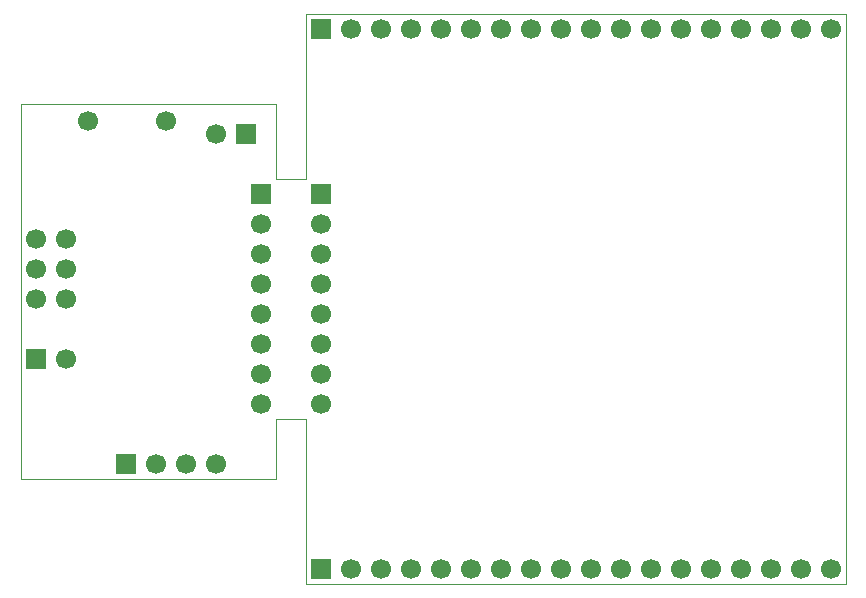
<source format=gbs>
G75*
%MOMM*%
%OFA0B0*%
%FSLAX33Y33*%
%IPPOS*%
%LPD*%
%AMOC8*
5,1,8,0,0,1.08239X$1,22.5*
%
%ADD10C,0.000*%
%ADD11C,1.700*%
%ADD12R,1.700X1.700*%
D10*
X00354Y09244D02*
X21944Y09244D01*
X21944Y14324D01*
X24484Y14324D01*
X24484Y00354D01*
X70204Y00354D01*
X70204Y48614D01*
X24484Y48614D01*
X24484Y34644D01*
X21944Y34644D01*
X21944Y40994D01*
X00354Y40994D01*
X00354Y09244D01*
D11*
X11784Y10514D03*
X14324Y10514D03*
X16864Y10514D03*
X20674Y15594D03*
X20674Y18134D03*
X20674Y20674D03*
X20674Y23214D03*
X20674Y25754D03*
X20674Y28294D03*
X20674Y30834D03*
X25754Y30834D03*
X25754Y28294D03*
X25754Y25754D03*
X25754Y23214D03*
X25754Y20674D03*
X25754Y18134D03*
X25754Y15594D03*
X28294Y01624D03*
X30834Y01624D03*
X33374Y01624D03*
X35914Y01624D03*
X38454Y01624D03*
X40994Y01624D03*
X43534Y01624D03*
X46074Y01624D03*
X48614Y01624D03*
X51154Y01624D03*
X53694Y01624D03*
X56234Y01624D03*
X58774Y01624D03*
X61314Y01624D03*
X63854Y01624D03*
X66394Y01624D03*
X68934Y01624D03*
X16864Y38454D03*
X12654Y39544D03*
X06054Y39544D03*
X04164Y29564D03*
X01624Y29564D03*
X01624Y27024D03*
X04164Y27024D03*
X04164Y24484D03*
X01624Y24484D03*
X04164Y19404D03*
X28294Y47344D03*
X30834Y47344D03*
X33374Y47344D03*
X35914Y47344D03*
X38454Y47344D03*
X40994Y47344D03*
X43534Y47344D03*
X46074Y47344D03*
X48614Y47344D03*
X51154Y47344D03*
X53694Y47344D03*
X56234Y47344D03*
X58774Y47344D03*
X61314Y47344D03*
X63854Y47344D03*
X66394Y47344D03*
X68934Y47344D03*
D12*
X25754Y47344D03*
X19404Y38454D03*
X20674Y33374D03*
X25754Y33374D03*
X01624Y19404D03*
X09244Y10514D03*
X25754Y01624D03*
M02*

</source>
